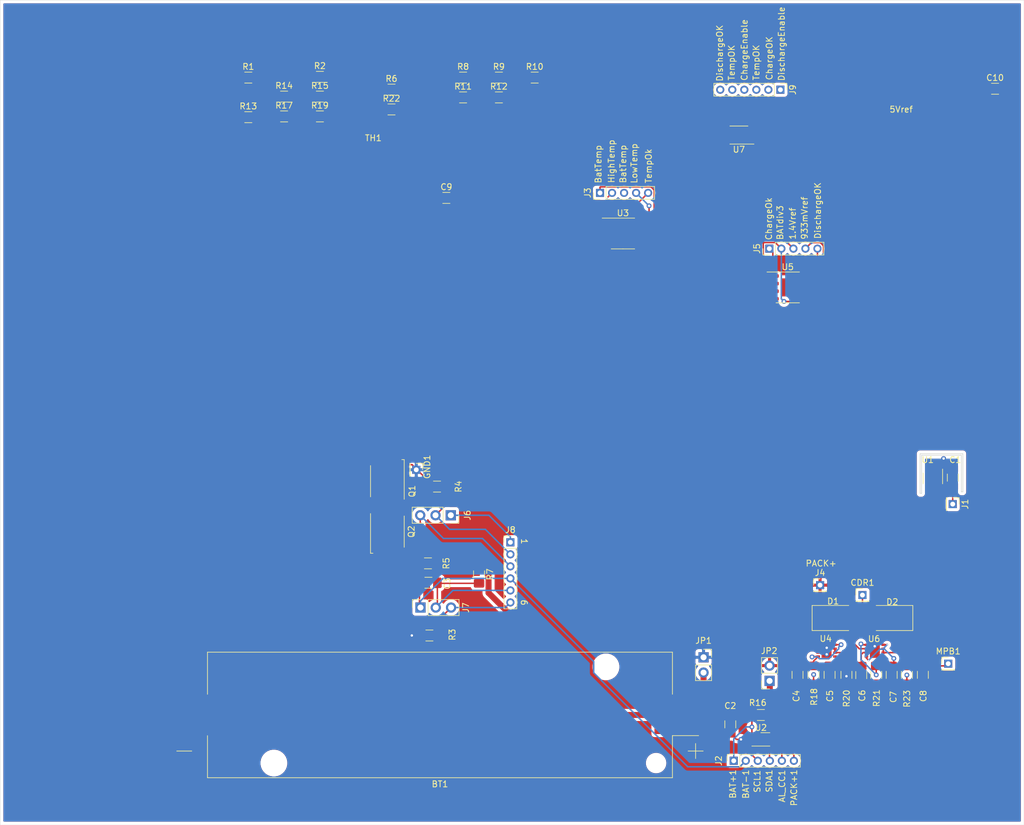
<source format=kicad_pcb>
(kicad_pcb (version 20171130) (host pcbnew "(5.1.0)-1")
  (layers (0 F.Cu signal) (31 B.Cu signal) (34 B.Paste user) (35 F.Paste user) (36 B.SilkS user) (37 F.SilkS user) (38 B.Mask user) (39 F.Mask user) (44 Edge.Cuts user))
  (net 0 "")
  (net 1 5Vref)
  (net 2 GNDD)
  (net 3 /BQ29707_P5)
  (net 4 PACK+)
  (net 5 "Net-(C5-Pad1)")
  (net 6 "Net-(C6-Pad1)")
  (net 7 "Net-(C7-Pad1)")
  (net 8 MPB)
  (net 9 BATdiv3)
  (net 10 933mVref)
  (net 11 LowTemp)
  (net 12 HighTemp)
  (net 13 1.4Vref)
  (net 14 BatTemp)
  (net 15 ChargeOK)
  (net 16 TempOK)
  (net 17 DischargeEnable)
  (net 18 DischargeOK)
  (net 19 ChargeEnable)
  (net 20 /BQ29707_P1)
  (net 21 /BQ29707_P2)
  (net 22 /BQ29707_P3)
  (net 23 /BQ29707_P6)
  (net 24 "Net-(Q1-Pad5)")
  (net 25 GNDA)
  (net 26 "Net-(R20-Pad1)")
  (net 27 "Net-(R21-Pad1)")
  (net 28 "Net-(U1-Pad1)")
  (net 29 BAT+1)
  (net 30 BAT-1)
  (net 31 PACK+1)
  (net 32 AL_CC1)
  (net 33 SDA1)
  (net 34 SCL1)
  (module Connector_PinSocket_2.54mm:PinSocket_1x02_P2.54mm_Vertical (layer F.Cu) (at 153.289 133.5405 180)
    (fp_text reference JP2 (at 0.0635 4.9911 180) (layer F.SilkS))
    (fp_text value Jumper_2_Open)
    (pad 2 thru_hole oval (at 0 2.54 180) (size 1.7 1.7) (drill 1) (layers *.Cu *.Mask) (net 4 PACK+))
    (pad 1 thru_hole rect (at 0 0 180) (size 1.7 1.7) (drill 1) (layers *.Cu *.Mask) (net 31 PACK+1))
  )
  (module Connector_PinSocket_2.54mm:PinSocket_1x02_P2.54mm_Vertical (layer F.Cu) (at 142.3162 129.6162)
    (fp_text reference JP1 (at 0 -2.77) (layer F.SilkS))
    (fp_text value Jumper_2_Open)
    (pad 2 thru_hole oval (at 0 2.54) (size 1.7 1.7) (drill 1) (layers *.Cu *.Mask) (net 29 BAT+1))
    (pad 1 thru_hole rect (at 0 0) (size 1.7 1.7) (drill 1) (layers *.Cu *.Mask) (net 2 GNDD))
  )
  (module Connector_PinHeader_2.00mm:PinHeader_1x06_P2.00mm_Vertical (layer F.Cu) (at 155.0924 35.2171 270)
    (fp_text reference J9 (at 0 -2.06 270) (layer F.SilkS))
    (fp_text value Conn_01x06_Male)
    (pad 6 thru_hole oval (at 0 10 270) (size 1.35 1.35) (drill 0.8) (layers *.Cu *.Mask) (net 17 DischargeEnable))
    (pad 5 thru_hole oval (at 0 8 270) (size 1.35 1.35) (drill 0.8) (layers *.Cu *.Mask) (net 15 ChargeOK))
    (pad 4 thru_hole oval (at 0 6 270) (size 1.35 1.35) (drill 0.8) (layers *.Cu *.Mask) (net 16 TempOK))
    (pad 3 thru_hole oval (at 0 4 270) (size 1.35 1.35) (drill 0.8) (layers *.Cu *.Mask) (net 19 ChargeEnable))
    (pad 2 thru_hole oval (at 0 2 270) (size 1.35 1.35) (drill 0.8) (layers *.Cu *.Mask) (net 16 TempOK))
    (pad 1 thru_hole rect (at 0 0 270) (size 1.35 1.35) (drill 0.8) (layers *.Cu *.Mask) (net 18 DischargeOK))
  )
  (module Connector_PinHeader_2.00mm:PinHeader_1x05_P2.00mm_Vertical (layer F.Cu) (at 153.2509 61.6458 90)
    (fp_text reference J5 (at 0 -2.06 90) (layer F.SilkS))
    (fp_text value Conn_01x05_Male)
    (pad 5 thru_hole oval (at 0 8 90) (size 1.35 1.35) (drill 0.8) (layers *.Cu *.Mask) (net 18 DischargeOK))
    (pad 4 thru_hole oval (at 0 6 90) (size 1.35 1.35) (drill 0.8) (layers *.Cu *.Mask) (net 10 933mVref))
    (pad 3 thru_hole oval (at 0 4 90) (size 1.35 1.35) (drill 0.8) (layers *.Cu *.Mask) (net 13 1.4Vref))
    (pad 2 thru_hole oval (at 0 2 90) (size 1.35 1.35) (drill 0.8) (layers *.Cu *.Mask) (net 9 BATdiv3))
    (pad 1 thru_hole rect (at 0 0 90) (size 1.35 1.35) (drill 0.8) (layers *.Cu *.Mask) (net 15 ChargeOK))
  )
  (module Connector_PinHeader_2.00mm:PinHeader_1x01_P2.00mm_Vertical (layer F.Cu) (at 161.6837 117.6147)
    (fp_text reference J4 (at 0 -2.06) (layer F.SilkS))
    (fp_text value Conn_01x01_Male)
    (pad 1 thru_hole rect (at 0 0) (size 1.35 1.35) (drill 0.8) (layers *.Cu *.Mask) (net 4 PACK+))
  )
  (module Connector_PinHeader_2.00mm:PinHeader_1x05_P2.00mm_Vertical (layer F.Cu) (at 125.1077 52.3748 90)
    (fp_text reference J3 (at 0 -2.06 90) (layer F.SilkS))
    (fp_text value Conn_01x05_Male)
    (pad 5 thru_hole oval (at 0 8 90) (size 1.35 1.35) (drill 0.8) (layers *.Cu *.Mask) (net 16 TempOK))
    (pad 4 thru_hole oval (at 0 6 90) (size 1.35 1.35) (drill 0.8) (layers *.Cu *.Mask) (net 11 LowTemp))
    (pad 3 thru_hole oval (at 0 4 90) (size 1.35 1.35) (drill 0.8) (layers *.Cu *.Mask) (net 14 BatTemp))
    (pad 2 thru_hole oval (at 0 2 90) (size 1.35 1.35) (drill 0.8) (layers *.Cu *.Mask) (net 12 HighTemp))
    (pad 1 thru_hole rect (at 0 0 90) (size 1.35 1.35) (drill 0.8) (layers *.Cu *.Mask) (net 14 BatTemp))
  )
  (module Connector_PinHeader_2.00mm:PinHeader_1x01_P2.00mm_Vertical (layer F.Cu) (at 183.7309 104.14 270)
    (fp_text reference J1 (at 0 -2.06 270) (layer F.SilkS))
    (fp_text value Conn_01x01_Male)
    (pad 1 thru_hole rect (at 0 0 270) (size 1.35 1.35) (drill 0.8) (layers *.Cu *.Mask) (net 1 5Vref))
  )
  (module Capacitor_SMD:C_1206_3216Metric_Pad1.42x1.75mm_HandSolder (layer F.Cu) (at 190.774001 35.054001)
    (fp_text reference C10 (at 0 -1.82) (layer F.SilkS))
    (fp_text value 0.1u)
    (pad 2 smd roundrect (at 1.4875 0) (size 1.425 1.75) (layers F.Cu F.Paste F.Mask) (roundrect_rratio 0.175439) (net 25 GNDA))
    (pad 1 smd roundrect (at -1.4875 0) (size 1.425 1.75) (layers F.Cu F.Paste F.Mask) (roundrect_rratio 0.175439) (net 4 PACK+))
  )
  (module Connector_PinSocket_2.00mm:PinSocket_1x06_P2.00mm_Vertical (layer F.Cu) (at 147.3332 146.8247 90)
    (fp_text reference J2 (at 0 -2.5 90) (layer F.SilkS))
    (fp_text value Conn_01x06_Male)
    (pad 6 thru_hole oval (at 0 10 90) (size 1.35 1.35) (drill 0.8) (layers *.Cu *.Mask) (net 31 PACK+1))
    (pad 5 thru_hole oval (at 0 8 90) (size 1.35 1.35) (drill 0.8) (layers *.Cu *.Mask) (net 32 AL_CC1))
    (pad 4 thru_hole oval (at 0 6 90) (size 1.35 1.35) (drill 0.8) (layers *.Cu *.Mask) (net 33 SDA1))
    (pad 3 thru_hole oval (at 0 4 90) (size 1.35 1.35) (drill 0.8) (layers *.Cu *.Mask) (net 34 SCL1))
    (pad 2 thru_hole oval (at 0 2 90) (size 1.35 1.35) (drill 0.8) (layers *.Cu *.Mask) (net 30 BAT-1))
    (pad 1 thru_hole rect (at 0 0 90) (size 1.35 1.35) (drill 0.8) (layers *.Cu *.Mask) (net 29 BAT+1))
  )
  (module Capacitor_SMD:C_1206_3216Metric_Pad1.42x1.75mm_HandSolder (layer F.Cu) (at 99.568 53.213)
    (fp_text reference C9 (at 0 -1.82) (layer F.SilkS))
    (fp_text value 1u)
    (pad 2 smd roundrect (at 1.4875 0) (size 1.425 1.75) (layers F.Cu F.Paste F.Mask) (roundrect_rratio 0.175439) (net 25 GNDA))
    (pad 1 smd roundrect (at -1.4875 0) (size 1.425 1.75) (layers F.Cu F.Paste F.Mask) (roundrect_rratio 0.175439) (net 4 PACK+))
  )
  (module Resistor_SMD:R_1206_3216Metric_Pad1.42x1.75mm_HandSolder (layer F.Cu) (at 98.0186 101.219)
    (fp_text reference R4 (at 3.556 0 90) (layer F.SilkS))
    (fp_text value 5M)
    (pad 2 smd roundrect (at 1.4875 0) (size 1.425 1.75) (layers F.Cu F.Paste F.Mask) (roundrect_rratio 0.175439) (net 21 /BQ29707_P2))
    (pad 1 smd roundrect (at -1.4875 0) (size 1.425 1.75) (layers F.Cu F.Paste F.Mask) (roundrect_rratio 0.175439) (net 2 GNDD))
  )
  (module Battery:BatteryHolder_Keystone_1042_1x18650 (layer F.Cu) (at 98.5012 139.2047 180)
    (fp_text reference BT1 (at 0 -11.5 180) (layer F.SilkS))
    (fp_text value Cell1)
    (pad 1 smd rect (at -39.33 0 180) (size 7.34 6.35) (layers F.Cu F.Paste F.Mask) (net 29 BAT+1))
    (pad 2 smd rect (at 39.33 0 180) (size 7.34 6.35) (layers F.Cu F.Paste F.Mask) (net 30 BAT-1))
    (pad "" np_thru_hole circle (at 27.6 -8 180) (size 3.45 3.45) (drill 3.45) (layers *.Cu *.Mask))
    (pad "" np_thru_hole circle (at -27.6 8 180) (size 3.45 3.45) (drill 3.45) (layers *.Cu *.Mask))
    (pad "" np_thru_hole circle (at -35.93 -8 180) (size 2.39 2.39) (drill 2.39) (layers *.Cu *.Mask))
  )
  (module Capacitor_SMD:C_1206_3216Metric_Pad1.42x1.75mm_HandSolder (layer F.Cu) (at 183.7436 99.7331 90)
    (fp_text reference C1 (at 2.9591 0.4064 180) (layer F.SilkS))
    (fp_text value 0.022uF)
    (pad 1 smd roundrect (at -1.4875 0 90) (size 1.425 1.75) (layers F.Cu F.Paste F.Mask) (roundrect_rratio 0.175439) (net 1 5Vref))
    (pad 2 smd roundrect (at 1.4875 0 90) (size 1.425 1.75) (layers F.Cu F.Paste F.Mask) (roundrect_rratio 0.175439) (net 2 GNDD))
  )
  (module Capacitor_SMD:C_1206_3216Metric_Pad1.42x1.75mm_HandSolder (layer F.Cu) (at 146.7612 140.7652 270)
    (fp_text reference C2 (at -3.0845 0) (layer F.SilkS))
    (fp_text value 0.1u)
    (pad 1 smd roundrect (at -1.4875 0 270) (size 1.425 1.75) (layers F.Cu F.Paste F.Mask) (roundrect_rratio 0.175439) (net 29 BAT+1))
    (pad 2 smd roundrect (at 1.4875 0 270) (size 1.425 1.75) (layers F.Cu F.Paste F.Mask) (roundrect_rratio 0.175439) (net 2 GNDD))
  )
  (module Capacitor_SMD:C_1206_3216Metric_Pad1.42x1.75mm_HandSolder (layer F.Cu) (at 96.5851 117.221 180)
    (fp_text reference C3 (at -3.1385 -0.127 -90) (layer F.SilkS))
    (fp_text value 0.1u)
    (pad 1 smd roundrect (at -1.4875 0 180) (size 1.425 1.75) (layers F.Cu F.Paste F.Mask) (roundrect_rratio 0.175439) (net 3 /BQ29707_P5))
    (pad 2 smd roundrect (at 1.4875 0 180) (size 1.425 1.75) (layers F.Cu F.Paste F.Mask) (roundrect_rratio 0.175439) (net 30 BAT-1))
  )
  (module Capacitor_SMD:C_1206_3216Metric_Pad1.42x1.75mm_HandSolder (layer F.Cu) (at 157.9372 132.5367 270)
    (fp_text reference C4 (at 3.5184 0.2032 90) (layer F.SilkS))
    (fp_text value 0.1u)
    (pad 2 smd roundrect (at 1.4875 0 270) (size 1.425 1.75) (layers F.Cu F.Paste F.Mask) (roundrect_rratio 0.175439) (net 2 GNDD))
    (pad 1 smd roundrect (at -1.4875 0 270) (size 1.425 1.75) (layers F.Cu F.Paste F.Mask) (roundrect_rratio 0.175439) (net 4 PACK+))
  )
  (module Capacitor_SMD:C_1206_3216Metric_Pad1.42x1.75mm_HandSolder (layer F.Cu) (at 163.2712 132.5367 270)
    (fp_text reference C5 (at 3.5184 -0.0508 90) (layer F.SilkS))
    (fp_text value 0.22u)
    (pad 2 smd roundrect (at 1.4875 0 270) (size 1.425 1.75) (layers F.Cu F.Paste F.Mask) (roundrect_rratio 0.175439) (net 2 GNDD))
    (pad 1 smd roundrect (at -1.4875 0 270) (size 1.425 1.75) (layers F.Cu F.Paste F.Mask) (roundrect_rratio 0.175439) (net 5 "Net-(C5-Pad1)"))
  )
  (module Capacitor_SMD:C_1206_3216Metric_Pad1.42x1.75mm_HandSolder (layer F.Cu) (at 168.529 132.5753 270)
    (fp_text reference C6 (at 3.4163 -0.1397 90) (layer F.SilkS))
    (fp_text value 10u)
    (pad 2 smd roundrect (at 1.4875 0 270) (size 1.425 1.75) (layers F.Cu F.Paste F.Mask) (roundrect_rratio 0.175439) (net 2 GNDD))
    (pad 1 smd roundrect (at -1.4875 0 270) (size 1.425 1.75) (layers F.Cu F.Paste F.Mask) (roundrect_rratio 0.175439) (net 6 "Net-(C6-Pad1)"))
  )
  (module Capacitor_SMD:C_1206_3216Metric_Pad1.42x1.75mm_HandSolder (layer F.Cu) (at 173.5892 132.5367 270)
    (fp_text reference C7 (at 3.6703 -0.2794 270) (layer F.SilkS))
    (fp_text value 0.22u)
    (pad 1 smd roundrect (at -1.4875 0 270) (size 1.425 1.75) (layers F.Cu F.Paste F.Mask) (roundrect_rratio 0.175439) (net 7 "Net-(C7-Pad1)"))
    (pad 2 smd roundrect (at 1.4875 0 270) (size 1.425 1.75) (layers F.Cu F.Paste F.Mask) (roundrect_rratio 0.175439) (net 2 GNDD))
  )
  (module Capacitor_SMD:C_1206_3216Metric_Pad1.42x1.75mm_HandSolder (layer F.Cu) (at 178.7652 132.53052 270)
    (fp_text reference C8 (at 3.52966 -0.08636 270) (layer F.SilkS))
    (fp_text value 0.1u)
    (pad 2 smd roundrect (at 1.4875 0 270) (size 1.425 1.75) (layers F.Cu F.Paste F.Mask) (roundrect_rratio 0.175439) (net 2 GNDD))
    (pad 1 smd roundrect (at -1.4875 0 270) (size 1.425 1.75) (layers F.Cu F.Paste F.Mask) (roundrect_rratio 0.175439) (net 8 MPB))
  )
  (module Connector_PinHeader_2.00mm:PinHeader_1x01_P2.00mm_Vertical (layer F.Cu) (at 168.7322 119.2657)
    (fp_text reference CDR1 (at 0 -2.06) (layer F.SilkS))
    (fp_text value TestPoint)
    (pad 1 thru_hole rect (at 0 0) (size 1.35 1.35) (drill 0.8) (layers *.Cu *.Mask) (net 6 "Net-(C6-Pad1)"))
  )
  (module Diode_SMD:D_2114_3652Metric_Castellated (layer F.Cu) (at 163.8527 123.0757)
    (fp_text reference D1 (at 0 -2.78) (layer F.SilkS))
    (fp_text value D_Schottky)
    (pad 2 smd roundrect (at 2.2125 0) (size 2.025 3.65) (layers F.Cu F.Paste F.Mask) (roundrect_rratio 0.123457) (net 6 "Net-(C6-Pad1)"))
    (pad 1 smd roundrect (at -2.2125 0) (size 2.025 3.65) (layers F.Cu F.Paste F.Mask) (roundrect_rratio 0.123457) (net 4 PACK+))
  )
  (module Diode_SMD:D_2114_3652Metric_Castellated (layer F.Cu) (at 173.6117 123.0757 180)
    (fp_text reference D2 (at -0.0735 2.667 180) (layer F.SilkS))
    (fp_text value D_Schottky)
    (pad 1 smd roundrect (at -2.2125 0 180) (size 2.025 3.65) (layers F.Cu F.Paste F.Mask) (roundrect_rratio 0.123457) (net 8 MPB))
    (pad 2 smd roundrect (at 2.2125 0 180) (size 2.025 3.65) (layers F.Cu F.Paste F.Mask) (roundrect_rratio 0.123457) (net 6 "Net-(C6-Pad1)"))
  )
  (module Connector_PinHeader_2.00mm:PinHeader_1x01_P2.00mm_Vertical (layer F.Cu) (at 94.5642 98.425 270)
    (fp_text reference GND1 (at -0.4826 -1.8034 270) (layer F.SilkS))
    (fp_text value TestPoint)
    (pad 1 thru_hole rect (at 0 0 270) (size 1.35 1.35) (drill 0.8) (layers *.Cu *.Mask) (net 2 GNDD))
  )
  (module Connector_PinSocket_2.54mm:PinSocket_1x03_P2.54mm_Vertical (layer F.Cu) (at 100.3046 105.991 270)
    (fp_text reference J6 (at 0 -2.77 270) (layer F.SilkS))
    (fp_text value Conn_01x03)
    (pad 1 thru_hole rect (at 0 0 270) (size 1.7 1.7) (drill 1) (layers *.Cu *.Mask) (net 20 /BQ29707_P1))
    (pad 2 thru_hole oval (at 0 2.54 270) (size 1.7 1.7) (drill 1) (layers *.Cu *.Mask) (net 21 /BQ29707_P2))
    (pad 3 thru_hole oval (at 0 5.08 270) (size 1.7 1.7) (drill 1) (layers *.Cu *.Mask) (net 22 /BQ29707_P3))
  )
  (module Connector_PinSocket_2.54mm:PinSocket_1x03_P2.54mm_Vertical (layer F.Cu) (at 95.26778 121.341 90)
    (fp_text reference J7 (at -0.01766 7.5438 90) (layer F.SilkS))
    (fp_text value Conn_01x03)
    (pad 3 thru_hole oval (at 0 5.08 90) (size 1.7 1.7) (drill 1) (layers *.Cu *.Mask) (net 23 /BQ29707_P6))
    (pad 2 thru_hole oval (at 0 2.54 90) (size 1.7 1.7) (drill 1) (layers *.Cu *.Mask) (net 3 /BQ29707_P5))
    (pad 1 thru_hole rect (at 0 0 90) (size 1.7 1.7) (drill 1) (layers *.Cu *.Mask) (net 30 BAT-1))
  )
  (module Connector_PinHeader_2.00mm:PinHeader_1x06_P2.00mm_Vertical (layer F.Cu) (at 110.2106 110.491)
    (fp_text reference J8 (at 0 -2.06) (layer F.SilkS))
    (fp_text value Conn_01x06)
    (pad 1 thru_hole rect (at 0 0) (size 1.35 1.35) (drill 0.8) (layers *.Cu *.Mask) (net 20 /BQ29707_P1))
    (pad 2 thru_hole oval (at 0 2) (size 1.35 1.35) (drill 0.8) (layers *.Cu *.Mask) (net 21 /BQ29707_P2))
    (pad 3 thru_hole oval (at 0 4) (size 1.35 1.35) (drill 0.8) (layers *.Cu *.Mask) (net 22 /BQ29707_P3))
    (pad 4 thru_hole oval (at 0 6) (size 1.35 1.35) (drill 0.8) (layers *.Cu *.Mask) (net 30 BAT-1))
    (pad 5 thru_hole oval (at 0 8) (size 1.35 1.35) (drill 0.8) (layers *.Cu *.Mask) (net 3 /BQ29707_P5))
    (pad 6 thru_hole oval (at 0 10) (size 1.35 1.35) (drill 0.8) (layers *.Cu *.Mask) (net 23 /BQ29707_P6))
  )
  (module Connector_PinHeader_2.00mm:PinHeader_1x01_P2.00mm_Vertical (layer F.Cu) (at 182.9816 130.67538)
    (fp_text reference MPB1 (at 0 -2.06) (layer F.SilkS))
    (fp_text value TestPoint)
    (pad 1 thru_hole rect (at 0 0) (size 1.35 1.35) (drill 0.8) (layers *.Cu *.Mask) (net 8 MPB))
  )
  (module Package_TO_SOT_SMD:TDSON-8-1 (layer F.Cu) (at 89.7636 100.33 270)
    (fp_text reference Q1 (at 1.6637 -4.1148 270) (layer F.SilkS))
    (fp_text value CSD17307Q5A)
    (pad 5 smd rect (at 0.5 0 180) (size 4.5 4.29) (layers F.Cu F.Mask) (net 24 "Net-(Q1-Pad5)"))
    (pad 5 smd rect (at 2.75 -1.91 180) (size 0.7 0.8) (layers F.Cu F.Paste F.Mask) (net 24 "Net-(Q1-Pad5)"))
    (pad 5 smd rect (at 2.75 -0.64 180) (size 0.7 0.8) (layers F.Cu F.Paste F.Mask) (net 24 "Net-(Q1-Pad5)"))
    (pad 5 smd rect (at 2.75 0.64 180) (size 0.7 0.8) (layers F.Cu F.Paste F.Mask) (net 24 "Net-(Q1-Pad5)"))
    (pad 5 smd rect (at 2.75 1.91 180) (size 0.7 0.8) (layers F.Cu F.Paste F.Mask) (net 24 "Net-(Q1-Pad5)"))
    (pad 4 smd rect (at -2.75 1.91 180) (size 0.7 0.8) (layers F.Cu F.Paste F.Mask) (net 21 /BQ29707_P2))
    (pad 3 smd rect (at -2.75 0.64 180) (size 0.7 0.8) (layers F.Cu F.Paste F.Mask) (net 2 GNDD))
    (pad 2 smd rect (at -2.75 -0.64 180) (size 0.7 0.8) (layers F.Cu F.Paste F.Mask) (net 2 GNDD))
    (pad 1 smd rect (at -2.75 -1.91 180) (size 0.7 0.8) (layers F.Cu F.Paste F.Mask) (net 2 GNDD))
  )
  (module Package_TO_SOT_SMD:TDSON-8-1 (layer F.Cu) (at 89.7636 108.712 90)
    (fp_text reference Q2 (at 0 4 90) (layer F.SilkS))
    (fp_text value CSD17307Q5A)
    (pad 1 smd rect (at -2.75 -1.91) (size 0.7 0.8) (layers F.Cu F.Paste F.Mask) (net 30 BAT-1))
    (pad 2 smd rect (at -2.75 -0.64) (size 0.7 0.8) (layers F.Cu F.Paste F.Mask) (net 30 BAT-1))
    (pad 3 smd rect (at -2.75 0.64) (size 0.7 0.8) (layers F.Cu F.Paste F.Mask) (net 30 BAT-1))
    (pad 4 smd rect (at -2.75 1.91) (size 0.7 0.8) (layers F.Cu F.Paste F.Mask) (net 22 /BQ29707_P3))
    (pad 5 smd rect (at 2.75 1.91) (size 0.7 0.8) (layers F.Cu F.Paste F.Mask) (net 24 "Net-(Q1-Pad5)"))
    (pad 5 smd rect (at 2.75 0.64) (size 0.7 0.8) (layers F.Cu F.Paste F.Mask) (net 24 "Net-(Q1-Pad5)"))
    (pad 5 smd rect (at 2.75 -0.64) (size 0.7 0.8) (layers F.Cu F.Paste F.Mask) (net 24 "Net-(Q1-Pad5)"))
    (pad 5 smd rect (at 2.75 -1.91) (size 0.7 0.8) (layers F.Cu F.Paste F.Mask) (net 24 "Net-(Q1-Pad5)"))
    (pad 5 smd rect (at 0.5 0) (size 4.5 4.29) (layers F.Cu F.Mask) (net 24 "Net-(Q1-Pad5)"))
  )
  (module Resistor_SMD:R_1206_3216Metric_Pad1.42x1.75mm_HandSolder (layer F.Cu) (at 66.648601 33.203601)
    (fp_text reference R1 (at 0 -1.82) (layer F.SilkS))
    (fp_text value 898k)
    (pad 1 smd roundrect (at -1.4875 0) (size 1.425 1.75) (layers F.Cu F.Paste F.Mask) (roundrect_rratio 0.175439) (net 1 5Vref))
    (pad 2 smd roundrect (at 1.4875 0) (size 1.425 1.75) (layers F.Cu F.Paste F.Mask) (roundrect_rratio 0.175439) (net 14 BatTemp))
  )
  (module Resistor_SMD:R_1206_3216Metric_Pad1.42x1.75mm_HandSolder (layer F.Cu) (at 78.548601 33.073601)
    (fp_text reference R2 (at 0 -1.82) (layer F.SilkS))
    (fp_text value 898k)
    (pad 2 smd roundrect (at 1.4875 0) (size 1.425 1.75) (layers F.Cu F.Paste F.Mask) (roundrect_rratio 0.175439) (net 12 HighTemp))
    (pad 1 smd roundrect (at -1.4875 0) (size 1.425 1.75) (layers F.Cu F.Paste F.Mask) (roundrect_rratio 0.175439) (net 1 5Vref))
  )
  (module Resistor_SMD:R_1206_3216Metric_Pad1.42x1.75mm_HandSolder (layer F.Cu) (at 96.7486 125.984)
    (fp_text reference R3 (at 3.81 -0.127 90) (layer F.SilkS))
    (fp_text value 2.2k)
    (pad 2 smd roundrect (at 1.4875 0) (size 1.425 1.75) (layers F.Cu F.Paste F.Mask) (roundrect_rratio 0.175439) (net 23 /BQ29707_P6))
    (pad 1 smd roundrect (at -1.4875 0) (size 1.425 1.75) (layers F.Cu F.Paste F.Mask) (roundrect_rratio 0.175439) (net 2 GNDD))
  )
  (module Resistor_SMD:R_1206_3216Metric_Pad1.42x1.75mm_HandSolder (layer F.Cu) (at 96.5106 113.991)
    (fp_text reference R5 (at 3.048 0 90) (layer F.SilkS))
    (fp_text value 5M)
    (pad 1 smd roundrect (at -1.4875 0) (size 1.425 1.75) (layers F.Cu F.Paste F.Mask) (roundrect_rratio 0.175439) (net 30 BAT-1))
    (pad 2 smd roundrect (at 1.4875 0) (size 1.425 1.75) (layers F.Cu F.Paste F.Mask) (roundrect_rratio 0.175439) (net 22 /BQ29707_P3))
  )
  (module Resistor_SMD:R_1206_3216Metric_Pad1.42x1.75mm_HandSolder (layer F.Cu) (at 90.448601 35.203601)
    (fp_text reference R6 (at 0 -1.82) (layer F.SilkS))
    (fp_text value 4.87k)
    (pad 1 smd roundrect (at -1.4875 0) (size 1.425 1.75) (layers F.Cu F.Paste F.Mask) (roundrect_rratio 0.175439) (net 12 HighTemp))
    (pad 2 smd roundrect (at 1.4875 0) (size 1.425 1.75) (layers F.Cu F.Paste F.Mask) (roundrect_rratio 0.175439) (net 25 GNDA))
  )
  (module Resistor_SMD:R_1206_3216Metric_Pad1.42x1.75mm_HandSolder (layer F.Cu) (at 105.0036 115.824 270)
    (fp_text reference R7 (at 0 -1.82 270) (layer F.SilkS))
    (fp_text value 330)
    (pad 1 smd roundrect (at -1.4875 0 270) (size 1.425 1.75) (layers F.Cu F.Paste F.Mask) (roundrect_rratio 0.175439) (net 29 BAT+1))
    (pad 2 smd roundrect (at 1.4875 0 270) (size 1.425 1.75) (layers F.Cu F.Paste F.Mask) (roundrect_rratio 0.175439) (net 3 /BQ29707_P5))
  )
  (module Resistor_SMD:R_1206_3216Metric_Pad1.42x1.75mm_HandSolder (layer F.Cu) (at 102.348601 33.203601)
    (fp_text reference R8 (at 0 -1.82) (layer F.SilkS))
    (fp_text value 898k)
    (pad 2 smd roundrect (at 1.4875 0) (size 1.425 1.75) (layers F.Cu F.Paste F.Mask) (roundrect_rratio 0.175439) (net 11 LowTemp))
    (pad 1 smd roundrect (at -1.4875 0) (size 1.425 1.75) (layers F.Cu F.Paste F.Mask) (roundrect_rratio 0.175439) (net 1 5Vref))
  )
  (module Resistor_SMD:R_1206_3216Metric_Pad1.42x1.75mm_HandSolder (layer F.Cu) (at 108.298601 33.203601)
    (fp_text reference R9 (at 0 -1.82) (layer F.SilkS))
    (fp_text value 28k)
    (pad 1 smd roundrect (at -1.4875 0) (size 1.425 1.75) (layers F.Cu F.Paste F.Mask) (roundrect_rratio 0.175439) (net 11 LowTemp))
    (pad 2 smd roundrect (at 1.4875 0) (size 1.425 1.75) (layers F.Cu F.Paste F.Mask) (roundrect_rratio 0.175439) (net 25 GNDA))
  )
  (module Resistor_SMD:R_1206_3216Metric_Pad1.42x1.75mm_HandSolder (layer F.Cu) (at 114.248601 33.203601)
    (fp_text reference R10 (at 0 -1.82) (layer F.SilkS))
    (fp_text value 332k)
    (pad 1 smd roundrect (at -1.4875 0) (size 1.425 1.75) (layers F.Cu F.Paste F.Mask) (roundrect_rratio 0.175439) (net 4 PACK+))
    (pad 2 smd roundrect (at 1.4875 0) (size 1.425 1.75) (layers F.Cu F.Paste F.Mask) (roundrect_rratio 0.175439) (net 9 BATdiv3))
  )
  (module Resistor_SMD:R_1206_3216Metric_Pad1.42x1.75mm_HandSolder (layer F.Cu) (at 102.348601 36.493601)
    (fp_text reference R11 (at 0 -1.82) (layer F.SilkS))
    (fp_text value 167k)
    (pad 2 smd roundrect (at 1.4875 0) (size 1.425 1.75) (layers F.Cu F.Paste F.Mask) (roundrect_rratio 0.175439) (net 25 GNDA))
    (pad 1 smd roundrect (at -1.4875 0) (size 1.425 1.75) (layers F.Cu F.Paste F.Mask) (roundrect_rratio 0.175439) (net 9 BATdiv3))
  )
  (module Resistor_SMD:R_1206_3216Metric_Pad1.42x1.75mm_HandSolder (layer F.Cu) (at 108.298601 36.493601)
    (fp_text reference R12 (at 0 -1.82) (layer F.SilkS))
    (fp_text value 1.64M)
    (pad 1 smd roundrect (at -1.4875 0) (size 1.425 1.75) (layers F.Cu F.Paste F.Mask) (roundrect_rratio 0.175439) (net 1 5Vref))
    (pad 2 smd roundrect (at 1.4875 0) (size 1.425 1.75) (layers F.Cu F.Paste F.Mask) (roundrect_rratio 0.175439) (net 10 933mVref))
  )
  (module Resistor_SMD:R_1206_3216Metric_Pad1.42x1.75mm_HandSolder (layer F.Cu) (at 66.648601 39.783601)
    (fp_text reference R13 (at 0 -1.82) (layer F.SilkS))
    (fp_text value 374k)
    (pad 2 smd roundrect (at 1.4875 0) (size 1.425 1.75) (layers F.Cu F.Paste F.Mask) (roundrect_rratio 0.175439) (net 25 GNDA))
    (pad 1 smd roundrect (at -1.4875 0) (size 1.425 1.75) (layers F.Cu F.Paste F.Mask) (roundrect_rratio 0.175439) (net 10 933mVref))
  )
  (module Resistor_SMD:R_1206_3216Metric_Pad1.42x1.75mm_HandSolder (layer F.Cu) (at 72.598601 36.363601)
    (fp_text reference R14 (at 0 -1.82) (layer F.SilkS))
    (fp_text value 1.43M)
    (pad 1 smd roundrect (at -1.4875 0) (size 1.425 1.75) (layers F.Cu F.Paste F.Mask) (roundrect_rratio 0.175439) (net 1 5Vref))
    (pad 2 smd roundrect (at 1.4875 0) (size 1.425 1.75) (layers F.Cu F.Paste F.Mask) (roundrect_rratio 0.175439) (net 13 1.4Vref))
  )
  (module Resistor_SMD:R_1206_3216Metric_Pad1.42x1.75mm_HandSolder (layer F.Cu) (at 78.548601 36.363601)
    (fp_text reference R15 (at 0 -1.82) (layer F.SilkS))
    (fp_text value 562k)
    (pad 2 smd roundrect (at 1.4875 0) (size 1.425 1.75) (layers F.Cu F.Paste F.Mask) (roundrect_rratio 0.175439) (net 25 GNDA))
    (pad 1 smd roundrect (at -1.4875 0) (size 1.425 1.75) (layers F.Cu F.Paste F.Mask) (roundrect_rratio 0.175439) (net 13 1.4Vref))
  )
  (module Resistor_SMD:R_1206_3216Metric_Pad1.42x1.75mm_HandSolder (layer F.Cu) (at 151.8412 139.2047 180)
    (fp_text reference R16 (at 0.508 2.032 180) (layer F.SilkS))
    (fp_text value 14.7m)
    (pad 2 smd roundrect (at 1.4875 0 180) (size 1.425 1.75) (layers F.Cu F.Paste F.Mask) (roundrect_rratio 0.175439) (net 29 BAT+1))
    (pad 1 smd roundrect (at -1.4875 0 180) (size 1.425 1.75) (layers F.Cu F.Paste F.Mask) (roundrect_rratio 0.175439) (net 31 PACK+1))
  )
  (module Resistor_SMD:R_1206_3216Metric_Pad1.42x1.75mm_HandSolder (layer F.Cu) (at 72.598601 39.653601)
    (fp_text reference R17 (at 0 -1.82) (layer F.SilkS))
    (fp_text value 284k)
    (pad 1 smd roundrect (at -1.4875 0) (size 1.425 1.75) (layers F.Cu F.Paste F.Mask) (roundrect_rratio 0.175439) (net 1 5Vref))
    (pad 2 smd roundrect (at 1.4875 0) (size 1.425 1.75) (layers F.Cu F.Paste F.Mask) (roundrect_rratio 0.175439) (net 16 TempOK))
  )
  (module Resistor_SMD:R_1206_3216Metric_Pad1.42x1.75mm_HandSolder (layer F.Cu) (at 160.6042 132.5367 270)
    (fp_text reference R18 (at 3.6708 -0.0762 90) (layer F.SilkS))
    (fp_text value 100k)
    (pad 2 smd roundrect (at 1.4875 0 270) (size 1.425 1.75) (layers F.Cu F.Paste F.Mask) (roundrect_rratio 0.175439) (net 17 DischargeEnable))
    (pad 1 smd roundrect (at -1.4875 0 270) (size 1.425 1.75) (layers F.Cu F.Paste F.Mask) (roundrect_rratio 0.175439) (net 5 "Net-(C5-Pad1)"))
  )
  (module Resistor_SMD:R_1206_3216Metric_Pad1.42x1.75mm_HandSolder (layer F.Cu) (at 78.548601 39.653601)
    (fp_text reference R19 (at 0 -1.82) (layer F.SilkS))
    (fp_text value 332k)
    (pad 2 smd roundrect (at 1.4875 0) (size 1.425 1.75) (layers F.Cu F.Paste F.Mask) (roundrect_rratio 0.175439) (net 15 ChargeOK))
    (pad 1 smd roundrect (at -1.4875 0) (size 1.425 1.75) (layers F.Cu F.Paste F.Mask) (roundrect_rratio 0.175439) (net 1 5Vref))
  )
  (module Resistor_SMD:R_1206_3216Metric_Pad1.42x1.75mm_HandSolder (layer F.Cu) (at 166.0652 132.5367 270)
    (fp_text reference R20 (at 3.9248 -0.0254 270) (layer F.SilkS))
    (fp_text value 29.4k)
    (pad 2 smd roundrect (at 1.4875 0 270) (size 1.425 1.75) (layers F.Cu F.Paste F.Mask) (roundrect_rratio 0.175439) (net 2 GNDD))
    (pad 1 smd roundrect (at -1.4875 0 270) (size 1.425 1.75) (layers F.Cu F.Paste F.Mask) (roundrect_rratio 0.175439) (net 26 "Net-(R20-Pad1)"))
  )
  (module Resistor_SMD:R_1206_3216Metric_Pad1.42x1.75mm_HandSolder (layer F.Cu) (at 171.0182 132.5367 270)
    (fp_text reference R21 (at 3.8719 -0.0635 90) (layer F.SilkS))
    (fp_text value 59.0k)
    (pad 1 smd roundrect (at -1.4875 0 270) (size 1.425 1.75) (layers F.Cu F.Paste F.Mask) (roundrect_rratio 0.175439) (net 27 "Net-(R21-Pad1)"))
    (pad 2 smd roundrect (at 1.4875 0 270) (size 1.425 1.75) (layers F.Cu F.Paste F.Mask) (roundrect_rratio 0.175439) (net 2 GNDD))
  )
  (module Resistor_SMD:R_1206_3216Metric_Pad1.42x1.75mm_HandSolder (layer F.Cu) (at 90.448601 38.493601)
    (fp_text reference R22 (at 0 -1.82) (layer F.SilkS))
    (fp_text value 332k)
    (pad 1 smd roundrect (at -1.4875 0) (size 1.425 1.75) (layers F.Cu F.Paste F.Mask) (roundrect_rratio 0.175439) (net 1 5Vref))
    (pad 2 smd roundrect (at 1.4875 0) (size 1.425 1.75) (layers F.Cu F.Paste F.Mask) (roundrect_rratio 0.175439) (net 18 DischargeOK))
  )
  (module Resistor_SMD:R_1206_3216Metric_Pad1.42x1.75mm_HandSolder (layer F.Cu) (at 176.1109 132.5367 270)
    (fp_text reference R23 (at 3.98068 -0.01778 270) (layer F.SilkS))
    (fp_text value 100k)
    (pad 1 smd roundrect (at -1.4875 0 270) (size 1.425 1.75) (layers F.Cu F.Paste F.Mask) (roundrect_rratio 0.175439) (net 7 "Net-(C7-Pad1)"))
    (pad 2 smd roundrect (at 1.4875 0 270) (size 1.425 1.75) (layers F.Cu F.Paste F.Mask) (roundrect_rratio 0.175439) (net 19 ChargeEnable))
  )
  (module Resistor_SMD:R_0402_1005Metric (layer F.Cu) (at 87.428601 44.423601)
    (fp_text reference TH1 (at 0 -1.17) (layer F.SilkS))
    (fp_text value TDK10k)
    (pad 1 smd roundrect (at -0.485 0) (size 0.59 0.64) (layers F.Cu F.Paste F.Mask) (net 14 BatTemp))
    (pad 2 smd roundrect (at 0.485 0) (size 0.59 0.64) (layers F.Cu F.Paste F.Mask) (net 25 GNDA))
  )
  (module Package_TO_SOT_SMD:SOT-23-5_HandSoldering (layer F.Cu) (at 180.4416 99.8601 270)
    (fp_text reference U1 (at -3.0861 0.8636) (layer F.SilkS))
    (fp_text value LM4120-CustomSymbols)
    (pad 1 smd rect (at -1.35 -0.95 270) (size 1.56 0.65) (layers F.Cu F.Paste F.Mask) (net 28 "Net-(U1-Pad1)"))
    (pad 2 smd rect (at -1.35 0 270) (size 1.56 0.65) (layers F.Cu F.Paste F.Mask) (net 2 GNDD))
    (pad 3 smd rect (at -1.35 0.95 270) (size 1.56 0.65) (layers F.Cu F.Paste F.Mask) (net 4 PACK+))
    (pad 4 smd rect (at 1.35 0.95 270) (size 1.56 0.65) (layers F.Cu F.Paste F.Mask) (net 4 PACK+))
    (pad 5 smd rect (at 1.35 -0.95 270) (size 1.56 0.65) (layers F.Cu F.Paste F.Mask) (net 1 5Vref))
  )
  (module Package_DFN_QFN:DFN-6-1EP_3x2mm_P0.5mm_EP1.65x1.35mm (layer F.Cu) (at 151.8412 143.2687)
    (fp_text reference U2 (at 0 -1.95) (layer F.SilkS))
    (fp_text value LTC2942)
    (pad 7 smd roundrect (at 0 0) (size 1.65 1.35) (layers F.Cu F.Mask) (roundrect_rratio 0.185185))
    (pad 1 smd roundrect (at -1.4375 -0.5) (size 0.825 0.25) (layers F.Cu F.Paste F.Mask) (net 29 BAT+1))
    (pad 2 smd roundrect (at -1.4375 0) (size 0.825 0.25) (layers F.Cu F.Paste F.Mask) (net 2 GNDD))
    (pad 3 smd roundrect (at -1.4375 0.5) (size 0.825 0.25) (layers F.Cu F.Paste F.Mask) (net 34 SCL1))
    (pad 4 smd roundrect (at 1.4375 0.5) (size 0.825 0.25) (layers F.Cu F.Paste F.Mask) (net 33 SDA1))
    (pad 5 smd roundrect (at 1.4375 0) (size 0.825 0.25) (layers F.Cu F.Paste F.Mask) (net 32 AL_CC1))
    (pad 6 smd roundrect (at 1.4375 -0.5) (size 0.825 0.25) (layers F.Cu F.Paste F.Mask) (net 31 PACK+1))
  )
  (module Package_SO:SOIC-8-1EP_3.9x4.9mm_P1.27mm_EP2.29x3mm (layer F.Cu) (at 128.9177 59.1312)
    (fp_text reference U3 (at 0 -3.4) (layer F.SilkS))
    (fp_text value LM393)
    (pad 8 smd roundrect (at 2.475 -1.905) (size 1.95 0.6) (layers F.Cu F.Paste F.Mask) (net 4 PACK+))
    (pad 7 smd roundrect (at 2.475 -0.635) (size 1.95 0.6) (layers F.Cu F.Paste F.Mask) (net 16 TempOK))
    (pad 6 smd roundrect (at 2.475 0.635) (size 1.95 0.6) (layers F.Cu F.Paste F.Mask) (net 11 LowTemp))
    (pad 5 smd roundrect (at 2.475 1.905) (size 1.95 0.6) (layers F.Cu F.Paste F.Mask) (net 14 BatTemp))
    (pad 4 smd roundrect (at -2.475 1.905) (size 1.95 0.6) (layers F.Cu F.Paste F.Mask) (net 25 GNDA))
    (pad 3 smd roundrect (at -2.475 0.635) (size 1.95 0.6) (layers F.Cu F.Paste F.Mask) (net 12 HighTemp))
    (pad 2 smd roundrect (at -2.475 -0.635) (size 1.95 0.6) (layers F.Cu F.Paste F.Mask) (net 14 BatTemp))
    (pad 1 smd roundrect (at -2.475 -1.905) (size 1.95 0.6) (layers F.Cu F.Paste F.Mask) (net 16 TempOK))
    (pad 9 smd roundrect (at 0 0) (size 2.29 3) (layers F.Cu F.Mask) (roundrect_rratio 0.10917))
  )
  (module tps2557:TPS2557 (layer F.Cu) (at 161.3632 127.5367)
    (fp_text reference U4 (at 1.27 -1.016) (layer F.SilkS))
    (fp_text value TPS2557)
    (pad 6 smd rect (at 2.8 1.3) (size 0.6 0.4) (layers F.Cu F.Paste F.Mask) (net 6 "Net-(C6-Pad1)"))
    (pad 1 smd rect (at 1.4 0.975) (size 1.65 2.4) (layers F.Cu F.Paste F.Mask) (net 2 GNDD))
    (pad 7 smd rect (at 2.8 0.65) (size 0.6 0.4) (layers F.Cu F.Paste F.Mask) (net 6 "Net-(C6-Pad1)"))
    (pad 5 smd rect (at 2.8 1.95) (size 0.6 0.4) (layers F.Cu F.Paste F.Mask) (net 26 "Net-(R20-Pad1)"))
    (pad 8 smd rect (at 2.8 0) (size 0.6 0.4) (layers F.Cu F.Paste F.Mask) (net 5 "Net-(C5-Pad1)"))
    (pad 4 smd rect (at 0 1.95) (size 0.6 0.4) (layers F.Cu F.Paste F.Mask) (net 5 "Net-(C5-Pad1)"))
    (pad 3 smd rect (at 0 1.3) (size 0.6 0.4) (layers F.Cu F.Paste F.Mask) (net 4 PACK+))
    (pad 2 smd rect (at 0 0.65) (size 0.6 0.4) (layers F.Cu F.Paste F.Mask) (net 4 PACK+))
    (pad 1 smd rect (at 0 0) (size 0.6 0.4) (layers F.Cu F.Paste F.Mask) (net 2 GNDD))
  )
  (module Package_SO:SOIC-8-1EP_3.9x4.9mm_P1.27mm_EP2.29x3mm (layer F.Cu) (at 156.3116 68.0974)
    (fp_text reference U5 (at 0 -3.4) (layer F.SilkS))
    (fp_text value LM393)
    (pad 9 smd roundrect (at 0 0) (size 2.29 3) (layers F.Cu F.Mask) (roundrect_rratio 0.10917))
    (pad 1 smd roundrect (at -2.475 -1.905) (size 1.95 0.6) (layers F.Cu F.Paste F.Mask) (net 15 ChargeOK))
    (pad 2 smd roundrect (at -2.475 -0.635) (size 1.95 0.6) (layers F.Cu F.Paste F.Mask) (net 9 BATdiv3))
    (pad 3 smd roundrect (at -2.475 0.635) (size 1.95 0.6) (layers F.Cu F.Paste F.Mask) (net 13 1.4Vref))
    (pad 4 smd roundrect (at -2.475 1.905) (size 1.95 0.6) (layers F.Cu F.Paste F.Mask) (net 25 GNDA))
    (pad 5 smd roundrect (at 2.475 1.905) (size 1.95 0.6) (layers F.Cu F.Paste F.Mask) (net 9 BATdiv3))
    (pad 6 smd roundrect (at 2.475 0.635) (size 1.95 0.6) (layers F.Cu F.Paste F.Mask) (net 10 933mVref))
    (pad 7 smd roundrect (at 2.475 -0.635) (size 1.95 0.6) (layers F.Cu F.Paste F.Mask) (net 18 DischargeOK))
    (pad 8 smd roundrect (at 2.475 -1.905) (size 1.95 0.6) (layers F.Cu F.Paste F.Mask) (net 4 PACK+))
  )
  (module tps2557:TPS2557 (layer F.Cu) (at 172.1892 129.4863 180)
    (fp_text reference U6 (at 1.5266 2.9308 180) (layer F.SilkS))
    (fp_text value TPS2557)
    (pad 1 smd rect (at 0 0 180) (size 0.6 0.4) (layers F.Cu F.Paste F.Mask) (net 2 GNDD))
    (pad 2 smd rect (at 0 0.65 180) (size 0.6 0.4) (layers F.Cu F.Paste F.Mask) (net 8 MPB))
    (pad 3 smd rect (at 0 1.3 180) (size 0.6 0.4) (layers F.Cu F.Paste F.Mask) (net 8 MPB))
    (pad 4 smd rect (at 0 1.95 180) (size 0.6 0.4) (layers F.Cu F.Paste F.Mask) (net 7 "Net-(C7-Pad1)"))
    (pad 8 smd rect (at 2.8 0 180) (size 0.6 0.4) (layers F.Cu F.Paste F.Mask) (net 7 "Net-(C7-Pad1)"))
    (pad 5 smd rect (at 2.8 1.95 180) (size 0.6 0.4) (layers F.Cu F.Paste F.Mask) (net 27 "Net-(R21-Pad1)"))
    (pad 7 smd rect (at 2.8 0.65 180) (size 0.6 0.4) (layers F.Cu F.Paste F.Mask) (net 6 "Net-(C6-Pad1)"))
    (pad 1 smd rect (at 1.4 0.975 180) (size 1.65 2.4) (layers F.Cu F.Paste F.Mask) (net 2 GNDD))
    (pad 6 smd rect (at 2.8 1.3 180) (size 0.6 0.4) (layers F.Cu F.Paste F.Mask) (net 6 "Net-(C6-Pad1)"))
  )
  (module Package_SO:SSOP-8_2.95x2.8mm_P0.65mm (layer F.Cu) (at 148.1963 42.7609 180)
    (fp_text reference U7 (at 0 -2.4 180) (layer F.SilkS))
    (fp_text value SN74LVC2G08)
    (pad 1 smd rect (at -1.7 -0.975 90) (size 0.3 1.6) (layers F.Cu F.Paste F.Mask) (net 18 DischargeOK))
    (pad 2 smd rect (at -1.7 -0.325 90) (size 0.3 1.6) (layers F.Cu F.Paste F.Mask) (net 16 TempOK))
    (pad 3 smd rect (at -1.7 0.325 90) (size 0.3 1.6) (layers F.Cu F.Paste F.Mask) (net 19 ChargeEnable))
    (pad 4 smd rect (at -1.7 0.975 90) (size 0.3 1.6) (layers F.Cu F.Paste F.Mask) (net 2 GNDD))
    (pad 5 smd rect (at 1.7 0.975 90) (size 0.3 1.6) (layers F.Cu F.Paste F.Mask) (net 16 TempOK))
    (pad 6 smd rect (at 1.7 0.325 90) (size 0.3 1.6) (layers F.Cu F.Paste F.Mask) (net 15 ChargeOK))
    (pad 7 smd rect (at 1.7 -0.325 90) (size 0.3 1.6) (layers F.Cu F.Paste F.Mask) (net 17 DischargeEnable))
    (pad 8 smd rect (at 1.7 -0.975 90) (size 0.3 1.6) (layers F.Cu F.Paste F.Mask) (net 4 PACK+))
  )
  (gr_line (start 178.308 95.758) (end 178.308 102.362) (layer Edge.Cuts) (width 0.1))
  (gr_line (start 185.42 95.758) (end 178.308 95.758) (layer Edge.Cuts) (width 0.1))
  (gr_line (start 185.42 102.108) (end 185.42 95.758) (layer Edge.Cuts) (width 0.1))
  (gr_line (start 185.166 102.108) (end 185.42 102.108) (layer Edge.Cuts) (width 0.1))
  (gr_line (start 185.166 96.012) (end 185.166 102.108) (layer Edge.Cuts) (width 0.1))
  (gr_line (start 178.562 96.012) (end 185.166 96.012) (layer Edge.Cuts) (width 0.1))
  (gr_line (start 178.562 102.362) (end 178.562 96.012) (layer Edge.Cuts) (width 0.1))
  (gr_line (start 178.308 102.362) (end 178.562 102.362) (layer Edge.Cuts) (width 0.1))
  (gr_line (start 25.4 20.32) (end 195.58 20.32) (layer Edge.Cuts) (width 0.05))
  (gr_line (start 25.4 157.48) (end 25.4 20.32) (layer Edge.Cuts) (width 0.05))
  (gr_line (start 195.58 157.48) (end 25.4 157.48) (layer Edge.Cuts) (width 0.05))
  (gr_line (start 195.58 20.32) (end 195.58 157.48) (layer Edge.Cuts) (width 0.05))
  (gr_text PACK+ (at 161.8615 113.9952) (layer F.SilkS) (effects (font (size 1 1))))
  (gr_text 6 (at 112.4712 120.5103 270) (layer F.SilkS) (effects (font (size 1 1))))
  (gr_text 1 (at 112.5093 110.3376 270) (layer F.SilkS) (effects (font (size 1 1))))
  (gr_text PACK+1 (at 157.353 151.3205 90) (layer F.SilkS) (effects (font (size 1 1))))
  (gr_text AL_CC1 (at 155.3591 151.0411 90) (layer F.SilkS) (effects (font (size 1 1))))
  (gr_text SDA1 (at 153.2382 150.1902 90) (layer F.SilkS) (effects (font (size 1 1))))
  (gr_text SCL1 (at 151.2443 150.2537 90) (layer F.SilkS) (effects (font (size 1 1))))
  (gr_text BAT-1 (at 149.352 150.7236 90) (layer F.SilkS) (effects (font (size 1 1))))
  (gr_text BAT+1 (at 147.193 150.6982 90) (layer F.SilkS) (effects (font (size 1 1))))
  (gr_text DischargeEnable (at 155.2829 27.5844 90) (layer F.SilkS) (effects (font (size 1 1))))
  (gr_text ChargeOK (at 153.2636 29.9847 90) (layer F.SilkS) (effects (font (size 1 1))))
  (gr_text TempOK (at 151.0792 30.6959 90) (layer F.SilkS) (effects (font (size 1 1))))
  (gr_text ChargeEnable (at 149.1107 28.6131 90) (layer F.SilkS) (effects (font (size 1 1))))
  (gr_text TempOK (at 146.9771 30.7213 90) (layer F.SilkS) (effects (font (size 1 1))))
  (gr_text DischargeOK (at 145.0086 29.1338 90) (layer F.SilkS) (effects (font (size 1 1))))
  (gr_text DischargeOK (at 161.3027 55.3212 90) (layer F.SilkS) (effects (font (size 1 1))))
  (gr_text 933mVref (at 159.1056 56.5658 90) (layer F.SilkS) (effects (font (size 1 1))))
  (gr_text 1.4Vref (at 157.1244 57.4802 90) (layer F.SilkS) (effects (font (size 1 1))))
  (gr_text BATdiv3 (at 155.0416 57.3278 90) (layer F.SilkS) (effects (font (size 1 1))))
  (gr_text ChargeOk (at 153.1747 56.6801 90) (layer F.SilkS) (effects (font (size 1 1))))
  (gr_text TempOk (at 133.1849 47.9044 90) (layer F.SilkS) (effects (font (size 1 1))))
  (gr_text LowTemp (at 130.7846 47.4726 90) (layer F.SilkS) (effects (font (size 1 1))))
  (gr_text BatTemp (at 128.9431 47.5742 90) (layer F.SilkS) (effects (font (size 1 1))))
  (gr_text HighTemp (at 127.0127 47.1297 90) (layer F.SilkS) (effects (font (size 1 1))))
  (gr_text BatTemp (at 124.8283 47.5996 90) (layer F.SilkS) (effects (font (size 1 1))))
  (gr_text 5Vref (at 175.1711 38.4937) (layer F.SilkS) (effects (font (size 1 1))))
  (segment (start 183.7331 101.2101) (end 183.7436 101.2206) (width 0.25) (layer F.Cu) (net 1))
  (segment (start 181.3916 101.2101) (end 183.7331 101.2101) (width 0.25) (layer F.Cu) (net 1))
  (segment (start 183.7309 101.2333) (end 183.7436 101.2206) (width 0.25) (layer F.Cu) (net 1))
  (segment (start 183.7309 104.14) (end 183.7309 101.2333) (width 0.25) (layer F.Cu) (net 1))
  (via (at 170.7642 127.7747) (size 0.8) (drill 0.4) (layers F.Cu B.Cu) (net 2))
  (via (at 162.7886 128.0367) (size 0.8) (drill 0.4) (layers F.Cu B.Cu) (net 2))
  (via (at 162.7886 129.1209) (size 0.8) (drill 0.4) (layers F.Cu B.Cu) (net 2))
  (segment (start 91.0736 97.58) (end 89.1236 97.58) (width 0.25) (layer F.Cu) (net 2))
  (segment (start 91.6736 97.58) (end 91.0736 97.58) (width 0.25) (layer F.Cu) (net 2))
  (segment (start 92.2736 97.58) (end 91.6736 97.58) (width 0.25) (layer F.Cu) (net 2))
  (segment (start 93.8671 97.58) (end 92.2736 97.58) (width 0.25) (layer F.Cu) (net 2))
  (segment (start 96.5311 100.244) (end 93.95235 97.66525) (width 0.25) (layer F.Cu) (net 2))
  (segment (start 96.5311 101.219) (end 96.5311 100.244) (width 0.25) (layer F.Cu) (net 2))
  (segment (start 93.95235 97.66525) (end 93.8671 97.58) (width 0.25) (layer F.Cu) (net 2))
  (segment (start 147.7772 143.2687) (end 146.7612 142.2527) (width 0.25) (layer F.Cu) (net 2))
  (segment (start 150.4037 143.2687) (end 148.5392 143.2687) (width 0.25) (layer F.Cu) (net 2))
  (segment (start 95.2611 125.984) (end 93.8276 125.984) (width 0.25) (layer F.Cu) (net 2))
  (segment (start 93.8276 125.984) (end 93.8276 125.984) (width 0.25) (layer F.Cu) (net 2))
  (via (at 93.8276 125.984) (size 0.8) (drill 0.4) (layers F.Cu B.Cu) (net 2))
  (segment (start 148.5392 143.2687) (end 147.7772 143.2687) (width 0.25) (layer F.Cu) (net 2))
  (via (at 148.5392 143.2687) (size 0.8) (drill 0.4) (layers F.Cu B.Cu) (net 2))
  (segment (start 161.7882 127.5367) (end 162.7632 128.5117) (width 0.25) (layer F.Cu) (net 2))
  (segment (start 161.3632 127.5367) (end 161.7882 127.5367) (width 0.25) (layer F.Cu) (net 2))
  (segment (start 162.499853 134.795547) (end 163.2712 134.0242) (width 0.25) (layer F.Cu) (net 2))
  (segment (start 162.23369 135.06171) (end 162.499853 134.795547) (width 0.25) (layer F.Cu) (net 2))
  (segment (start 158.16221 135.06171) (end 162.23369 135.06171) (width 0.25) (layer F.Cu) (net 2))
  (segment (start 157.9372 134.8367) (end 158.16221 135.06171) (width 0.25) (layer F.Cu) (net 2))
  (segment (start 157.9372 134.0242) (end 157.9372 134.8367) (width 0.25) (layer F.Cu) (net 2))
  (segment (start 164.2462 134.0242) (end 166.0652 134.0242) (width 0.25) (layer F.Cu) (net 2))
  (segment (start 163.2712 134.0242) (end 164.2462 134.0242) (width 0.25) (layer F.Cu) (net 2))
  (segment (start 171.7642 129.4863) (end 172.1892 129.4863) (width 0.25) (layer F.Cu) (net 2))
  (segment (start 170.7892 128.5113) (end 171.7642 129.4863) (width 0.25) (layer F.Cu) (net 2))
  (segment (start 166.0652 134.0242) (end 173.5892 134.0242) (width 0.25) (layer F.Cu) (net 2))
  (segment (start 174.360547 134.795547) (end 173.5892 134.0242) (width 0.25) (layer F.Cu) (net 2))
  (segment (start 174.62671 135.06171) (end 174.360547 134.795547) (width 0.25) (layer F.Cu) (net 2))
  (segment (start 178.53401 135.06171) (end 174.62671 135.06171) (width 0.25) (layer F.Cu) (net 2))
  (segment (start 178.7652 134.83052) (end 178.53401 135.06171) (width 0.25) (layer F.Cu) (net 2))
  (segment (start 178.7652 134.01802) (end 178.7652 134.83052) (width 0.25) (layer F.Cu) (net 2))
  (segment (start 166.0652 134.0242) (end 166.0652 134.0242) (width 0.25) (layer F.Cu) (net 2))
  (segment (start 166.0652 133.2117) (end 166.06012 133.20662) (width 0.25) (layer F.Cu) (net 2))
  (segment (start 166.0652 134.0242) (end 166.0652 133.2117) (width 0.25) (layer F.Cu) (net 2))
  (segment (start 166.0652 133.2117) (end 166.0652 132.76072) (width 0.25) (layer F.Cu) (net 2))
  (segment (start 166.0652 132.76072) (end 166.0652 132.71246) (width 0.25) (layer F.Cu) (net 2))
  (via (at 166.0652 132.76072) (size 0.8) (drill 0.4) (layers F.Cu B.Cu) (net 2))
  (segment (start 180.4416 97.4801) (end 180.4416 98.5101) (width 0.25) (layer F.Cu) (net 2))
  (segment (start 180.516601 97.405099) (end 180.4416 97.4801) (width 0.25) (layer F.Cu) (net 2))
  (segment (start 183.7436 97.4331) (end 183.715599 97.405099) (width 0.25) (layer F.Cu) (net 2))
  (segment (start 183.7436 98.2456) (end 183.7436 97.4331) (width 0.25) (layer F.Cu) (net 2))
  (via (at 182.2196 96.5581) (size 0.8) (drill 0.4) (layers F.Cu B.Cu) (net 2))
  (segment (start 182.2196 97.3201) (end 182.2196 96.5581) (width 0.25) (layer F.Cu) (net 2))
  (segment (start 182.134601 97.405099) (end 182.2196 97.3201) (width 0.25) (layer F.Cu) (net 2))
  (segment (start 182.134601 97.405099) (end 180.516601 97.405099) (width 0.25) (layer F.Cu) (net 2))
  (segment (start 183.715599 97.405099) (end 182.134601 97.405099) (width 0.25) (layer F.Cu) (net 2))
  (segment (start 98.1631 117.3115) (end 98.0726 117.221) (width 0.25) (layer F.Cu) (net 3))
  (segment (start 105.0036 117.3115) (end 98.1631 117.3115) (width 0.25) (layer F.Cu) (net 3))
  (segment (start 100.65778 118.491) (end 110.2106 118.491) (width 0.25) (layer B.Cu) (net 3))
  (segment (start 97.80778 121.341) (end 100.65778 118.491) (width 0.25) (layer B.Cu) (net 3))
  (segment (start 98.0726 121.07618) (end 97.80778 121.341) (width 0.25) (layer F.Cu) (net 3))
  (segment (start 98.0726 117.221) (end 98.0726 121.07618) (width 0.25) (layer F.Cu) (net 3))
  (segment (start 161.3632 128.1867) (end 161.3632 128.8367) (width 0.25) (layer F.Cu) (net 4))
  (segment (start 179.4916 101.2101) (end 179.4916 98.5101) (width 0.25) (layer F.Cu) (net 4))
  (segment (start 161.6837 123.0322) (end 161.6402 123.0757) (width 0.25) (layer F.Cu) (net 4))
  (segment (start 161.6837 117.6147) (end 161.6837 123.0322) (width 0.25) (layer F.Cu) (net 4))
  (via (at 160.3502 129.5527) (size 0.8) (drill 0.4) (layers F.Cu B.Cu) (net 5))
  (via (at 165.1762 127.5207) (size 0.8) (drill 0.4) (layers F.Cu B.Cu) (net 5))
  (segment (start 160.6042 130.2457) (end 161.3632 129.4867) (width 0.25) (layer F.Cu) (net 5))
  (segment (start 160.6042 131.0492) (end 160.6042 130.2457) (width 0.25) (layer F.Cu) (net 5))
  (segment (start 161.5792 131.0492) (end 163.2712 131.0492) (width 0.25) (layer F.Cu) (net 5))
  (segment (start 160.6042 131.0492) (end 161.5792 131.0492) (width 0.25) (layer F.Cu) (net 5))
  (segment (start 160.4162 129.4867) (end 160.3502 129.5527) (width 0.25) (layer F.Cu) (net 5))
  (segment (start 161.3632 129.4867) (end 160.4162 129.4867) (width 0.25) (layer F.Cu) (net 5))
  (segment (start 164.1792 127.5207) (end 164.1632 127.5367) (width 0.25) (layer F.Cu) (net 5))
  (segment (start 165.1762 127.5207) (end 164.1792 127.5207) (width 0.25) (layer F.Cu) (net 5))
  (segment (start 164.776201 127.920699) (end 165.1762 127.5207) (width 0.25) (layer B.Cu) (net 5))
  (segment (start 164.776201 128.206301) (end 164.776201 127.920699) (width 0.25) (layer B.Cu) (net 5))
  (segment (start 163.136601 129.845901) (end 164.776201 128.206301) (width 0.25) (layer B.Cu) (net 5))
  (segment (start 161.576999 129.845901) (end 163.136601 129.845901) (width 0.25) (layer B.Cu) (net 5))
  (segment (start 161.283798 129.5527) (end 161.576999 129.845901) (width 0.25) (layer B.Cu) (net 5))
  (segment (start 160.3502 129.5527) (end 161.283798 129.5527) (width 0.25) (layer B.Cu) (net 5))
  (segment (start 164.1632 128.1867) (end 164.1632 128.8367) (width 0.25) (layer F.Cu) (net 6))
  (segment (start 164.1632 128.6367) (end 164.1632 128.1867) (width 0.25) (layer F.Cu) (net 6))
  (segment (start 164.2632 128.7367) (end 164.1632 128.6367) (width 0.25) (layer F.Cu) (net 6))
  (segment (start 166.2779 128.8367) (end 164.1632 128.8367) (width 0.25) (layer F.Cu) (net 6))
  (segment (start 168.529 131.0878) (end 166.2779 128.8367) (width 0.25) (layer F.Cu) (net 6))
  (segment (start 169.3892 128.1863) (end 169.3892 128.8363) (width 0.25) (layer F.Cu) (net 6))
  (segment (start 168.529 130.2753) (end 168.529 131.0878) (width 0.25) (layer F.Cu) (net 6))
  (segment (start 168.529 129.1465) (end 168.529 130.2753) (width 0.25) (layer F.Cu) (net 6))
  (segment (start 168.8392 128.8363) (end 168.529 129.1465) (width 0.25) (layer F.Cu) (net 6))
  (segment (start 169.3892 128.8363) (end 168.8392 128.8363) (width 0.25) (layer F.Cu) (net 6))
  (segment (start 166.0652 123.0757) (end 167.1777 123.0757) (width 0.25) (layer F.Cu) (net 6))
  (segment (start 168.7322 122.9487) (end 168.8592 123.0757) (width 0.25) (layer F.Cu) (net 6))
  (segment (start 168.7322 119.2657) (end 168.7322 122.9487) (width 0.25) (layer F.Cu) (net 6))
  (segment (start 168.8592 123.0757) (end 171.3992 123.0757) (width 0.25) (layer F.Cu) (net 6))
  (segment (start 166.0652 125.0007) (end 166.0652 123.0757) (width 0.25) (layer F.Cu) (net 6))
  (segment (start 166.0652 126.053702) (end 166.0652 125.0007) (width 0.25) (layer F.Cu) (net 6))
  (segment (start 169.3892 128.1863) (end 168.197798 128.1863) (width 0.25) (layer F.Cu) (net 6))
  (segment (start 167.1777 123.0757) (end 168.8592 123.0757) (width 0.25) (layer F.Cu) (net 6))
  (segment (start 167.624199 126.850701) (end 171.3992 123.0757) (width 0.25) (layer F.Cu) (net 6))
  (segment (start 166.862199 126.850701) (end 167.624199 126.850701) (width 0.25) (layer F.Cu) (net 6))
  (segment (start 166.862199 126.850701) (end 166.0652 126.053702) (width 0.25) (layer F.Cu) (net 6))
  (segment (start 168.197798 128.1863) (end 166.862199 126.850701) (width 0.25) (layer F.Cu) (net 6))
  (via (at 172.83684 127.5207) (size 0.3) (drill 0.2) (layers F.Cu B.Cu) (net 7))
  (via (at 173.9392 129.8067) (size 0.8) (drill 0.4) (layers F.Cu B.Cu) (net 7))
  (segment (start 174.5642 131.0492) (end 176.1109 131.0492) (width 0.25) (layer F.Cu) (net 7))
  (segment (start 173.5892 131.0492) (end 174.5642 131.0492) (width 0.25) (layer F.Cu) (net 7))
  (segment (start 169.3892 129.74742) (end 169.75328 130.1115) (width 0.25) (layer F.Cu) (net 7))
  (segment (start 169.3892 129.4863) (end 169.3892 129.74742) (width 0.25) (layer F.Cu) (net 7))
  (segment (start 169.75328 130.1115) (end 171.603839 128.260941) (width 0.25) (layer B.Cu) (net 7))
  (segment (start 172.096599 128.260941) (end 172.83684 127.5207) (width 0.25) (layer B.Cu) (net 7))
  (segment (start 171.603839 128.260941) (end 172.096599 128.260941) (width 0.25) (layer B.Cu) (net 7))
  (segment (start 172.2048 127.5207) (end 172.1892 127.5363) (width 0.25) (layer F.Cu) (net 7))
  (segment (start 172.83684 127.5207) (end 172.2048 127.5207) (width 0.25) (layer F.Cu) (net 7))
  (segment (start 172.393441 128.260941) (end 172.096599 128.260941) (width 0.25) (layer B.Cu) (net 7))
  (segment (start 173.9392 129.8067) (end 172.393441 128.260941) (width 0.25) (layer B.Cu) (net 7))
  (segment (start 173.9392 130.6992) (end 173.5892 131.0492) (width 0.25) (layer F.Cu) (net 7))
  (segment (start 173.9392 129.8067) (end 173.9392 130.6992) (width 0.25) (layer F.Cu) (net 7))
  (via (at 169.75328 130.1115) (size 0.3) (drill 0.2) (layers F.Cu B.Cu) (net 7))
  (segment (start 182.61396 131.04302) (end 182.9816 130.67538) (width 0.25) (layer F.Cu) (net 8))
  (segment (start 178.7652 131.04302) (end 182.61396 131.04302) (width 0.25) (layer F.Cu) (net 8))
  (segment (start 176.55848 128.8363) (end 172.1892 128.8363) (width 0.25) (layer F.Cu) (net 8))
  (segment (start 178.7652 131.04302) (end 176.55848 128.8363) (width 0.25) (layer F.Cu) (net 8))
  (segment (start 172.1892 128.1863) (end 172.1892 128.8363) (width 0.25) (layer F.Cu) (net 8))
  (segment (start 175.8242 128.10202) (end 176.55848 128.8363) (width 0.25) (layer F.Cu) (net 8))
  (segment (start 175.8242 123.0757) (end 175.8242 128.10202) (width 0.25) (layer F.Cu) (net 8))
  (segment (start 154.575901 60.970801) (end 155.2509 61.6458) (width 0.25) (layer F.Cu) (net 9))
  (segment (start 152.315899 60.645799) (end 154.250899 60.645799) (width 0.25) (layer F.Cu) (net 9))
  (segment (start 152.250899 66.951699) (end 152.250899 60.710799) (width 0.25) (layer F.Cu) (net 9))
  (segment (start 152.7616 67.4624) (end 152.250899 66.951699) (width 0.25) (layer F.Cu) (net 9))
  (segment (start 154.250899 60.645799) (end 154.575901 60.970801) (width 0.25) (layer F.Cu) (net 9))
  (segment (start 152.250899 60.710799) (end 152.315899 60.645799) (width 0.25) (layer F.Cu) (net 9))
  (segment (start 153.8366 67.4624) (end 152.7616 67.4624) (width 0.25) (layer F.Cu) (net 9))
  (segment (start 155.2509 61.6458) (end 155.2509 69.2846) (width 0.25) (layer B.Cu) (net 9))
  (segment (start 155.2509 69.2846) (end 155.2509 69.9958) (width 0.25) (layer B.Cu) (net 9))
  (segment (start 155.2509 69.9958) (end 155.6893 70.4342) (width 0.25) (layer B.Cu) (net 9))
  (segment (start 155.6893 70.4342) (end 155.6893 70.4342) (width 0.25) (layer B.Cu) (net 9))
  (via (at 155.6893 70.4342) (size 0.8) (drill 0.4) (layers F.Cu B.Cu) (net 9))
  (segment (start 158.3548 70.4342) (end 155.6893 70.4342) (width 0.25) (layer F.Cu) (net 9))
  (segment (start 158.7866 70.0024) (end 158.3548 70.4342) (width 0.25) (layer F.Cu) (net 9))
  (segment (start 159.925899 60.970801) (end 159.2509 61.6458) (width 0.25) (layer F.Cu) (net 10))
  (segment (start 160.250901 60.645799) (end 159.925899 60.970801) (width 0.25) (layer F.Cu) (net 10))
  (segment (start 162.250901 61.165799) (end 161.730901 60.645799) (width 0.25) (layer F.Cu) (net 10))
  (segment (start 162.250901 65.644867) (end 162.250901 61.165799) (width 0.25) (layer F.Cu) (net 10))
  (segment (start 159.534078 68.36169) (end 162.250901 65.644867) (width 0.25) (layer F.Cu) (net 10))
  (segment (start 161.730901 60.645799) (end 160.250901 60.645799) (width 0.25) (layer F.Cu) (net 10))
  (segment (start 159.15731 68.36169) (end 159.534078 68.36169) (width 0.25) (layer F.Cu) (net 10))
  (segment (start 158.7866 68.7324) (end 159.15731 68.36169) (width 0.25) (layer F.Cu) (net 10))
  (segment (start 131.1077 52.3748) (end 133.2611 54.5282) (width 0.25) (layer B.Cu) (net 11))
  (segment (start 133.2611 54.5282) (end 133.2611 54.5282) (width 0.25) (layer B.Cu) (net 11))
  (via (at 133.2611 54.5282) (size 0.8) (drill 0.4) (layers F.Cu B.Cu) (net 11))
  (segment (start 132.4677 59.7662) (end 131.3927 59.7662) (width 0.25) (layer F.Cu) (net 11))
  (segment (start 133.2611 58.9728) (end 132.4677 59.7662) (width 0.25) (layer F.Cu) (net 11))
  (segment (start 133.2611 54.5282) (end 133.2611 58.9728) (width 0.25) (layer F.Cu) (net 11))
  (segment (start 126.432701 53.049799) (end 127.1077 52.3748) (width 0.25) (layer F.Cu) (net 12))
  (segment (start 156.575901 60.970801) (end 157.2509 61.6458) (width 0.25) (layer F.Cu) (net 13))
  (segment (start 155.800889 60.195789) (end 156.575901 60.970801) (width 0.25) (layer F.Cu) (net 13))
  (segment (start 151.80089 60.524398) (end 152.129499 60.195789) (width 0.25) (layer F.Cu) (net 13))
  (segment (start 151.800889 67.771689) (end 151.80089 60.524398) (width 0.25) (layer F.Cu) (net 13))
  (segment (start 152.129499 60.195789) (end 155.800889 60.195789) (width 0.25) (layer F.Cu) (net 13))
  (segment (start 152.7616 68.7324) (end 151.800889 67.771689) (width 0.25) (layer F.Cu) (net 13))
  (segment (start 153.8366 68.7324) (end 152.7616 68.7324) (width 0.25) (layer F.Cu) (net 13))
  (segment (start 125.182701 51.374799) (end 125.1077 51.4498) (width 0.25) (layer F.Cu) (net 14))
  (segment (start 133.587701 51.374799) (end 125.182701 51.374799) (width 0.25) (layer F.Cu) (net 14))
  (segment (start 134.107701 51.894799) (end 133.587701 51.374799) (width 0.25) (layer F.Cu) (net 14))
  (segment (start 134.107701 59.396199) (end 134.107701 51.894799) (width 0.25) (layer F.Cu) (net 14))
  (segment (start 125.1077 51.4498) (end 125.1077 52.3748) (width 0.25) (layer F.Cu) (net 14))
  (segment (start 132.4677 61.0362) (end 134.107701 59.396199) (width 0.25) (layer F.Cu) (net 14))
  (segment (start 131.3927 61.0362) (end 132.4677 61.0362) (width 0.25) (layer F.Cu) (net 14))
  (segment (start 153.8366 62.2315) (end 153.2509 61.6458) (width 0.25) (layer F.Cu) (net 15))
  (segment (start 153.8366 66.1924) (end 153.8366 62.2315) (width 0.25) (layer F.Cu) (net 15))
  (segment (start 126.4427 57.2262) (end 128.2563 57.2262) (width 0.25) (layer F.Cu) (net 16))
  (segment (start 132.69271 56.49271) (end 130.84125 54.64125) (width 0.25) (layer F.Cu) (net 16))
  (segment (start 132.69271 58.27119) (end 132.69271 56.49271) (width 0.25) (layer F.Cu) (net 16))
  (segment (start 132.4677 58.4962) (end 132.69271 58.27119) (width 0.25) (layer F.Cu) (net 16))
  (segment (start 131.3927 58.4962) (end 132.4677 58.4962) (width 0.25) (layer F.Cu) (net 16))
  (segment (start 128.2563 57.2262) (end 130.84125 54.64125) (width 0.25) (layer F.Cu) (net 16))
  (segment (start 130.84125 54.64125) (end 133.1077 52.3748) (width 0.25) (layer F.Cu) (net 16))
  (via (at 160.6169 132.4864) (size 0.8) (drill 0.4) (layers F.Cu B.Cu) (net 17))
  (segment (start 160.6042 132.4991) (end 160.6169 132.4864) (width 0.25) (layer F.Cu) (net 17))
  (segment (start 160.6042 134.0242) (end 160.6042 132.4991) (width 0.25) (layer F.Cu) (net 17))
  (segment (start 161.2509 62.600394) (end 161.2509 61.6458) (width 0.25) (layer F.Cu) (net 18))
  (segment (start 161.2509 65.374868) (end 161.2509 62.600394) (width 0.25) (layer F.Cu) (net 18))
  (segment (start 159.534078 67.09169) (end 161.2509 65.374868) (width 0.25) (layer F.Cu) (net 18))
  (segment (start 159.15731 67.09169) (end 159.534078 67.09169) (width 0.25) (layer F.Cu) (net 18))
  (segment (start 158.7866 67.4624) (end 159.15731 67.09169) (width 0.25) (layer F.Cu) (net 18))
  (via (at 176.1109 132.5626) (size 0.8) (drill 0.4) (layers F.Cu B.Cu) (net 19))
  (segment (start 176.1109 134.0242) (end 176.1109 132.5626) (width 0.25) (layer F.Cu) (net 19))
  (segment (start 110.2106 109.566) (end 110.2106 110.491) (width 0.25) (layer B.Cu) (net 20))
  (segment (start 106.6356 105.991) (end 110.2106 109.566) (width 0.25) (layer B.Cu) (net 20))
  (segment (start 100.3046 105.991) (end 106.6356 105.991) (width 0.25) (layer B.Cu) (net 20))
  (segment (start 106.0506 108.331) (end 110.2106 112.491) (width 0.25) (layer B.Cu) (net 21))
  (segment (start 97.7646 105.991) (end 100.1046 108.331) (width 0.25) (layer B.Cu) (net 21))
  (segment (start 100.1046 108.331) (end 106.0506 108.331) (width 0.25) (layer B.Cu) (net 21))
  (segment (start 99.5061 104.2495) (end 97.7646 105.991) (width 0.25) (layer F.Cu) (net 21))
  (segment (start 99.5061 101.219) (end 99.5061 104.2495) (width 0.25) (layer F.Cu) (net 21))
  (segment (start 87.8536 97.58) (end 87.8536 97.53) (width 0.25) (layer F.Cu) (net 21))
  (segment (start 98.734753 100.447653) (end 99.5061 101.219) (width 0.25) (layer F.Cu) (net 21))
  (segment (start 95.142099 96.854999) (end 98.734753 100.447653) (width 0.25) (layer F.Cu) (net 21))
  (segment (start 88.528601 96.854999) (end 95.142099 96.854999) (width 0.25) (layer F.Cu) (net 21))
  (segment (start 87.8536 97.53) (end 88.528601 96.854999) (width 0.25) (layer F.Cu) (net 21))
  (segment (start 91.6736 111.462) (end 91.6736 111.412) (width 0.25) (layer F.Cu) (net 22))
  (segment (start 95.4691 111.462) (end 97.9981 113.991) (width 0.25) (layer F.Cu) (net 22))
  (segment (start 91.6736 111.462) (end 95.4691 111.462) (width 0.25) (layer F.Cu) (net 22))
  (segment (start 95.4691 107.437581) (end 95.4691 111.462) (width 0.25) (layer F.Cu) (net 22))
  (segment (start 95.2246 107.193081) (end 95.4691 107.437581) (width 0.25) (layer F.Cu) (net 22))
  (segment (start 95.2246 105.991) (end 95.2246 107.193081) (width 0.25) (layer F.Cu) (net 22))
  (segment (start 95.2246 105.991) (end 99.0886 109.855) (width 0.25) (layer B.Cu) (net 22))
  (segment (start 105.5746 109.855) (end 110.2106 114.491) (width 0.25) (layer B.Cu) (net 22))
  (segment (start 99.0886 109.855) (end 105.5746 109.855) (width 0.25) (layer B.Cu) (net 22))
  (segment (start 98.2361 123.45268) (end 100.34778 121.341) (width 0.25) (layer F.Cu) (net 23))
  (segment (start 98.2361 125.984) (end 98.2361 123.45268) (width 0.25) (layer F.Cu) (net 23))
  (segment (start 109.3606 121.341) (end 110.2106 120.491) (width 0.25) (layer B.Cu) (net 23))
  (segment (start 100.34778 121.341) (end 109.3606 121.341) (width 0.25) (layer B.Cu) (net 23))
  (segment (start 91.6736 105.962) (end 87.8536 105.962) (width 0.25) (layer F.Cu) (net 24))
  (segment (start 90.4036 107.572) (end 90.4036 105.962) (width 0.25) (layer F.Cu) (net 24))
  (segment (start 89.7636 108.212) (end 90.4036 107.572) (width 0.25) (layer F.Cu) (net 24))
  (segment (start 90.4036 101.47) (end 90.4036 103.08) (width 0.25) (layer F.Cu) (net 24))
  (segment (start 89.7636 100.83) (end 90.4036 101.47) (width 0.25) (layer F.Cu) (net 24))
  (segment (start 91.6736 103.08) (end 87.8536 103.08) (width 0.25) (layer F.Cu) (net 24))
  (segment (start 91.6736 103.08) (end 91.6736 105.962) (width 0.25) (layer F.Cu) (net 24))
  (segment (start 90.4036 103.08) (end 90.4036 105.962) (width 0.25) (layer F.Cu) (net 24))
  (segment (start 89.1236 103.73) (end 89.1236 105.962) (width 0.25) (layer F.Cu) (net 24))
  (segment (start 89.1236 103.08) (end 89.1236 103.73) (width 0.25) (layer F.Cu) (net 24))
  (segment (start 87.8536 103.08) (end 87.8536 105.962) (width 0.25) (layer F.Cu) (net 24))
  (segment (start 164.7132 129.4867) (end 164.1632 129.4867) (width 0.25) (layer F.Cu) (net 26))
  (segment (start 165.3152 129.4867) (end 164.7132 129.4867) (width 0.25) (layer F.Cu) (net 26))
  (segment (start 166.0652 130.2367) (end 165.3152 129.4867) (width 0.25) (layer F.Cu) (net 26))
  (segment (start 166.0652 131.0492) (end 166.0652 130.2367) (width 0.25) (layer F.Cu) (net 26))
  (via (at 171.0182 132.5367) (size 0.8) (drill 0.4) (layers F.Cu B.Cu) (net 27))
  (via (at 168.4782 127.3937) (size 0.8) (drill 0.4) (layers F.Cu B.Cu) (net 27))
  (segment (start 171.0182 132.5367) (end 171.0182 131.0492) (width 0.25) (layer F.Cu) (net 27))
  (segment (start 168.6208 127.5363) (end 168.4782 127.3937) (width 0.25) (layer F.Cu) (net 27))
  (segment (start 169.3892 127.5363) (end 168.6208 127.5363) (width 0.25) (layer F.Cu) (net 27))
  (segment (start 168.4782 129.9967) (end 171.0182 132.5367) (width 0.25) (layer B.Cu) (net 27))
  (segment (start 168.4782 127.3937) (end 168.4782 129.9967) (width 0.25) (layer B.Cu) (net 27))
  (segment (start 137.3362 139.2047) (end 137.8312 139.2047) (width 0.25) (layer F.Cu) (net 29))
  (segment (start 137.9042 139.2777) (end 137.8312 139.2047) (width 0.25) (layer F.Cu) (net 29))
  (segment (start 146.7612 139.2777) (end 137.9042 139.2777) (width 0.25) (layer F.Cu) (net 29))
  (segment (start 150.2807 139.2777) (end 150.3537 139.2047) (width 0.25) (layer F.Cu) (net 29))
  (segment (start 146.7612 139.2777) (end 150.2807 139.2777) (width 0.25) (layer F.Cu) (net 29))
  (segment (start 150.3537 142.7187) (end 150.4037 142.7687) (width 0.25) (layer F.Cu) (net 29))
  (segment (start 150.3537 139.2047) (end 150.3537 141.2002) (width 0.25) (layer F.Cu) (net 29))
  (segment (start 150.3537 141.2002) (end 150.3537 142.7187) (width 0.25) (layer F.Cu) (net 29))
  (via (at 150.3537 141.2002) (size 0.8) (drill 0.4) (layers F.Cu B.Cu) (net 29))
  (segment (start 150.3537 141.2002) (end 149.3377 141.2002) (width 0.25) (layer B.Cu) (net 29))
  (segment (start 147.3332 143.2047) (end 147.3332 146.8247) (width 0.25) (layer B.Cu) (net 29))
  (segment (start 149.3377 141.2002) (end 147.3332 143.2047) (width 0.25) (layer B.Cu) (net 29))
  (segment (start 142.3162 133.358281) (end 142.3162 132.1562) (width 1) (layer F.Cu) (net 29))
  (segment (start 142.3162 135.2147) (end 142.3162 133.358281) (width 1) (layer F.Cu) (net 29))
  (segment (start 138.3262 139.2047) (end 142.3162 135.2147) (width 1) (layer F.Cu) (net 29))
  (segment (start 137.8312 139.2047) (end 138.3262 139.2047) (width 0.25) (layer F.Cu) (net 29))
  (segment (start 105.774947 115.107847) (end 105.0036 114.3365) (width 1) (layer F.Cu) (net 29))
  (segment (start 106.57861 115.91151) (end 105.774947 115.107847) (width 1) (layer F.Cu) (net 29))
  (segment (start 106.57861 118.894012) (end 106.57861 115.91151) (width 1) (layer F.Cu) (net 29))
  (segment (start 126.889298 139.2047) (end 106.57861 118.894012) (width 1) (layer F.Cu) (net 29))
  (segment (start 137.8312 139.2047) (end 126.889298 139.2047) (width 1) (layer F.Cu) (net 29))
  (segment (start 87.8536 111.462) (end 90.4036 111.462) (width 0.25) (layer F.Cu) (net 30))
  (segment (start 94.2106 113.991) (end 95.0231 113.991) (width 0.25) (layer F.Cu) (net 30))
  (segment (start 92.8826 113.991) (end 94.2106 113.991) (width 0.25) (layer F.Cu) (net 30))
  (segment (start 90.4036 111.512) (end 92.8826 113.991) (width 0.25) (layer F.Cu) (net 30))
  (segment (start 90.4036 111.462) (end 90.4036 111.512) (width 0.25) (layer F.Cu) (net 30))
  (segment (start 95.0231 117.1465) (end 95.0976 117.221) (width 0.25) (layer F.Cu) (net 30))
  (segment (start 95.0231 113.991) (end 95.0231 117.1465) (width 0.25) (layer F.Cu) (net 30))
  (segment (start 95.0976 121.17082) (end 95.26778 121.341) (width 0.25) (layer F.Cu) (net 30))
  (segment (start 95.0976 117.221) (end 95.0976 121.17082) (width 0.25) (layer F.Cu) (net 30))
  (segment (start 109.256006 116.491) (end 110.2106 116.491) (width 0.25) (layer B.Cu) (net 30))
  (segment (start 99.01778 116.491) (end 109.256006 116.491) (width 0.25) (layer B.Cu) (net 30))
  (segment (start 95.26778 120.241) (end 99.01778 116.491) (width 0.25) (layer B.Cu) (net 30))
  (segment (start 95.26778 121.341) (end 95.26778 120.241) (width 0.25) (layer B.Cu) (net 30))
  (segment (start 110.2106 116.491) (end 124.051199 130.331599) (width 0.25) (layer B.Cu) (net 30))
  (segment (start 148.658201 147.499699) (end 149.3332 146.8247) (width 0.25) (layer B.Cu) (net 30))
  (segment (start 148.333199 147.824701) (end 148.658201 147.499699) (width 0.25) (layer B.Cu) (net 30))
  (segment (start 139.687199 147.824701) (end 148.333199 147.824701) (width 0.25) (layer B.Cu) (net 30))
  (segment (start 124.051199 132.188701) (end 139.687199 147.824701) (width 0.25) (layer B.Cu) (net 30))
  (segment (start 124.051199 130.331599) (end 124.051199 132.188701) (width 0.25) (layer B.Cu) (net 30))
  (segment (start 86.5036 111.462) (end 87.8536 111.462) (width 1) (layer F.Cu) (net 30))
  (segment (start 82.7389 111.462) (end 86.5036 111.462) (width 1) (layer F.Cu) (net 30))
  (segment (start 59.1712 135.0297) (end 82.7389 111.462) (width 1) (layer F.Cu) (net 30))
  (segment (start 59.1712 139.2047) (end 59.1712 135.0297) (width 1) (layer F.Cu) (net 30))
  (segment (start 153.3287 142.7187) (end 153.2787 142.7687) (width 0.25) (layer F.Cu) (net 31))
  (segment (start 153.3287 139.2047) (end 153.3287 142.7187) (width 0.25) (layer F.Cu) (net 31))
  (segment (start 157.3332 145.870106) (end 157.3332 146.8247) (width 0.25) (layer F.Cu) (net 31))
  (segment (start 154.231794 142.7687) (end 157.3332 145.870106) (width 0.25) (layer F.Cu) (net 31))
  (segment (start 153.2787 142.7687) (end 154.231794 142.7687) (width 0.25) (layer F.Cu) (net 31))
  (segment (start 153.3287 133.7453) (end 153.3271 133.7437) (width 0.25) (layer F.Cu) (net 31))
  (segment (start 153.3287 133.5802) (end 153.289 133.5405) (width 0.25) (layer F.Cu) (net 31))
  (segment (start 153.3287 139.2047) (end 153.3287 133.5802) (width 1) (layer F.Cu) (net 31))
  (segment (start 155.3332 145.870106) (end 155.3332 146.8247) (width 0.25) (layer F.Cu) (net 32))
  (segment (start 155.3332 144.8107) (end 155.3332 145.870106) (width 0.25) (layer F.Cu) (net 32))
  (segment (start 153.7912 143.2687) (end 155.3332 144.8107) (width 0.25) (layer F.Cu) (net 32))
  (segment (start 153.2787 143.2687) (end 153.7912 143.2687) (width 0.25) (layer F.Cu) (net 32))
  (segment (start 153.2787 146.7702) (end 153.3332 146.8247) (width 0.25) (layer F.Cu) (net 33))
  (segment (start 153.2787 143.7687) (end 153.2787 146.7702) (width 0.25) (layer F.Cu) (net 33))
  (segment (start 150.4037 145.8952) (end 151.3332 146.8247) (width 0.25) (layer F.Cu) (net 34))
  (segment (start 150.4037 143.7687) (end 150.4037 145.8952) (width 0.25) (layer F.Cu) (net 34))
  (zone (net 4) (net_name PACK+) (layer F.Cu) (connect_pads (clearance 0.508)) (min_thickness 0.254) (fill yes (arc_segments 32) (thermal_gap 0.508) (thermal_bridge_width 0.508))
    (polygon (pts (xy 25.4 20.32) (xy 195.58 20.32) (xy 195.58 157.48) (xy 25.4 157.48)))
  )
  (zone (net 2) (net_name GNDD) (layer B.Cu) (connect_pads (clearance 0.508)) (min_thickness 0.254) (fill yes (arc_segments 32) (thermal_gap 0.508) (thermal_bridge_width 0.508))
    (polygon (pts (xy 25.4 20.32) (xy 195.58 20.32) (xy 195.58 157.48) (xy 25.4 157.48)))
  )
)
</source>
